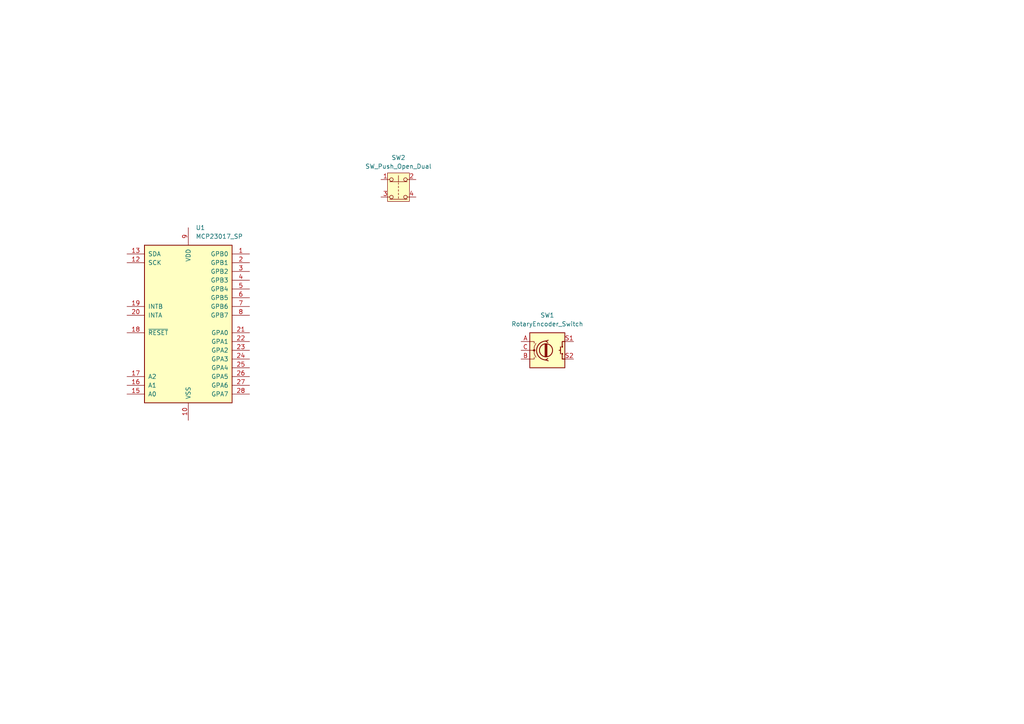
<source format=kicad_sch>
(kicad_sch (version 20250114) (generator "eeschema") (generator_version "9.0")
  (paper "A4")
  (lib_symbols
    (symbol "Device:RotaryEncoder_Switch" (pin_names (offset 0.254) (hide yes))
      (property "Reference" "SW" (at 0 6.604 0))
      (property "Value" "RotaryEncoder_Switch" (at 0 -6.604 0))
      (symbol "RotaryEncoder_Switch_0_1"
        (rectangle (start -5.08 5.08) (end 5.08 -5.08) (stroke (width 0.254)) (fill (type background)))
        (polyline (pts (xy -5.08 2.54) (xy -3.81 2.54) (xy -3.81 2.032)))
        (polyline (pts (xy -5.08 0) (xy -3.81 0) (xy -3.81 -1.016) (xy -3.302 -2.032)))
        (polyline (pts (xy -5.08 -2.54) (xy -3.81 -2.54) (xy -3.81 -2.032)))
        (polyline (pts (xy -4.318 0) (xy -3.81 0) (xy -3.81 1.016) (xy -3.302 2.032)))
        (circle (center -3.81 0) (radius 0.254) (fill (type outline)))
        (polyline (pts (xy -0.635 -1.778) (xy -0.635 1.778)) (stroke (width 0.254)))
        (circle (center -0.381 0) (radius 1.905) (stroke (width 0.254)))
        (polyline (pts (xy -0.381 -1.778) (xy -0.381 1.778)) (stroke (width 0.254)))
        (arc (start -0.381 -2.794) (mid -3.0988 -0.0635) (end -0.381 2.667) (stroke (width 0.254)))
        (polyline (pts (xy -0.127 1.778) (xy -0.127 -1.778)) (stroke (width 0.254)))
        (polyline (pts (xy 0.254 2.921) (xy -0.508 2.667) (xy 0.127 2.286)) (stroke (width 0.254)))
        (polyline (pts (xy 0.254 -3.048) (xy -0.508 -2.794) (xy 0.127 -2.413)) (stroke (width 0.254)))
        (polyline (pts (xy 3.81 1.016) (xy 3.81 -1.016)) (stroke (width 0.254)))
        (polyline (pts (xy 3.81 0) (xy 3.429 0)) (stroke (width 0.254)))
        (circle (center 4.318 1.016) (radius 0.127) (stroke (width 0.254)))
        (circle (center 4.318 -1.016) (radius 0.127) (stroke (width 0.254)))
        (polyline (pts (xy 5.08 2.54) (xy 4.318 2.54) (xy 4.318 1.016)) (stroke (width 0.254)))
        (polyline (pts (xy 5.08 -2.54) (xy 4.318 -2.54) (xy 4.318 -1.016)) (stroke (width 0.254)))
      )
      (symbol "RotaryEncoder_Switch_1_1"
        (pin passive line (at -7.62 2.54 0) (length 2.54) (name "A") (number "A"))
        (pin passive line (at -7.62 0 0) (length 2.54) (name "C") (number "C"))
        (pin passive line (at -7.62 -2.54 0) (length 2.54) (name "B") (number "B"))
        (pin passive line (at 7.62 2.54 180) (length 2.54) (name "S1") (number "S1"))
        (pin passive line (at 7.62 -2.54 180) (length 2.54) (name "S2") (number "S2"))
      )
    )
    (symbol "Interface_Expansion:MCP23017_SP" (pin_names (offset 1.016))
      (property "Reference" "U" (at -11.43 24.13 0))
      (property "Value" "MCP23017_SP" (at 0 0 0))
      (symbol "MCP23017_SP_0_1"
        (rectangle (start -12.7 22.86) (end 12.7 -22.86) (stroke (width 0.254)) (fill (type background)))
      )
      (symbol "MCP23017_SP_1_1"
        (pin bidirectional line (at -17.78 20.32 0) (length 5.08) (name "SDA") (number "13"))
        (pin input line (at -17.78 17.78 0) (length 5.08) (name "SCK") (number "12"))
        (pin tri_state line (at -17.78 5.08 0) (length 5.08) (name "INTB") (number "19"))
        (pin tri_state line (at -17.78 2.54 0) (length 5.08) (name "INTA") (number "20"))
        (pin input line (at -17.78 -2.54 0) (length 5.08) (name "~{RESET}") (number "18"))
        (pin input line (at -17.78 -15.24 0) (length 5.08) (name "A2") (number "17"))
        (pin input line (at -17.78 -17.78 0) (length 5.08) (name "A1") (number "16"))
        (pin input line (at -17.78 -20.32 0) (length 5.08) (name "A0") (number "15"))
        (pin no_connect line (at -12.7 15.24 0) (length 5.08) (hide yes) (name "NC") (number "11"))
        (pin no_connect line (at -12.7 12.7 0) (length 5.08) (hide yes) (name "NC") (number "14"))
        (pin power_in line (at 0 27.94 270) (length 5.08) (name "VDD") (number "9"))
        (pin power_in line (at 0 -27.94 90) (length 5.08) (name "VSS") (number "10"))
        (pin bidirectional line (at 17.78 20.32 180) (length 5.08) (name "GPB0") (number "1"))
        (pin bidirectional line (at 17.78 17.78 180) (length 5.08) (name "GPB1") (number "2"))
        (pin bidirectional line (at 17.78 15.24 180) (length 5.08) (name "GPB2") (number "3"))
        (pin bidirectional line (at 17.78 12.7 180) (length 5.08) (name "GPB3") (number "4"))
        (pin bidirectional line (at 17.78 10.16 180) (length 5.08) (name "GPB4") (number "5"))
        (pin bidirectional line (at 17.78 7.62 180) (length 5.08) (name "GPB5") (number "6"))
        (pin bidirectional line (at 17.78 5.08 180) (length 5.08) (name "GPB6") (number "7"))
        (pin output line (at 17.78 2.54 180) (length 5.08) (name "GPB7") (number "8"))
        (pin bidirectional line (at 17.78 -2.54 180) (length 5.08) (name "GPA0") (number "21"))
        (pin bidirectional line (at 17.78 -5.08 180) (length 5.08) (name "GPA1") (number "22"))
        (pin bidirectional line (at 17.78 -7.62 180) (length 5.08) (name "GPA2") (number "23"))
        (pin bidirectional line (at 17.78 -10.16 180) (length 5.08) (name "GPA3") (number "24"))
        (pin bidirectional line (at 17.78 -12.7 180) (length 5.08) (name "GPA4") (number "25"))
        (pin bidirectional line (at 17.78 -15.24 180) (length 5.08) (name "GPA5") (number "26"))
        (pin bidirectional line (at 17.78 -17.78 180) (length 5.08) (name "GPA6") (number "27"))
        (pin output line (at 17.78 -20.32 180) (length 5.08) (name "GPA7") (number "28"))
      )
    )
    (symbol "Switch:SW_Push_Open_Dual" (pin_names (offset 1.016) (hide yes))
      (property "Reference" "SW" (at 0 3.81 0))
      (property "Value" "SW_Push_Open_Dual" (at 0 -7.62 0))
      (symbol "SW_Push_Open_Dual_0_1"
        (circle (center -2.032 0) (radius 0.508))
        (circle (center -2.032 -5.08) (radius 0.508))
        (polyline (pts (xy 0 -0.635) (xy 0 1.143)))
        (polyline (pts (xy 0 -1.397) (xy 0 -0.889)))
        (polyline (pts (xy 0 -2.413) (xy 0 -1.905)))
        (polyline (pts (xy 0 -3.429) (xy 0 -2.921)))
        (polyline (pts (xy 0 -3.937) (xy 0 -4.445)))
        (polyline (pts (xy 0 -4.953) (xy 0 -5.461)))
        (circle (center 2.032 0) (radius 0.508))
        (circle (center 2.032 -5.08) (radius 0.508))
        (polyline (pts (xy 2.54 -0.635) (xy -2.54 -0.635)))
        (polyline (pts (xy 2.54 -5.715) (xy -2.54 -5.715)))
        (pin passive line (at -5.08 0 0) (length 2.54) (name "1") (number "1"))
        (pin passive line (at -5.08 -5.08 0) (length 2.54) (name "3") (number "3"))
        (pin passive line (at 5.08 0 180) (length 2.54) (name "2") (number "2"))
        (pin passive line (at 5.08 -5.08 180) (length 2.54) (name "4") (number "4"))
      )
      (symbol "SW_Push_Open_Dual_1_1"
        (rectangle (start -3.175 1.905) (end 3.175 -6.35) (fill (type background)))
      )
    )
  )
  (symbol (lib_id "Device:RotaryEncoder_Switch") (at 158.75 101.6 0) (unit 1)
    (property "Reference" "SW1" (at 158.75 91.44 0))
    (property "Value" "RotaryEncoder_Switch" (at 158.75 93.98 0))
    (property "Description" "Rotary encoder, dual channel, incremental quadrate outputs, with switch" (effects (hide yes)))
  )
  (symbol (lib_id "Switch:SW_Push_Open_Dual") (at 115.57 52.07 0) (unit 1)
    (property "Reference" "SW2" (at 115.57 45.72 0))
    (property "Value" "SW_Push_Open_Dual" (at 115.57 48.26 0))
    (property "Description" "Push button switch, normally closed, generic, four pins" (effects (hide yes)))
  )
  (symbol (lib_id "Interface_Expansion:MCP23017_SP") (at 54.61 93.98 0) (unit 1)
    (property "Reference" "U1" (at 56.7533 66.04 0) (effects (justify left)))
    (property "Value" "MCP23017_SP" (at 56.7533 68.58 0) (effects (justify left)))
    (property "Footprint" "Package_DIP:DIP-28_W7.62mm" (effects (hide yes)))
    (property "Datasheet" "https://ww1.microchip.com/downloads/aemDocuments/documents/APID/ProductDocuments/DataSheets/MCP23017-Data-Sheet-DS20001952.pdf" (effects (hide yes)))
    (property "Description" "16-bit I/O expander, I2C, interrupts, w pull-ups, SPDIP-28" (effects (hide yes)))
  )
)
</source>
